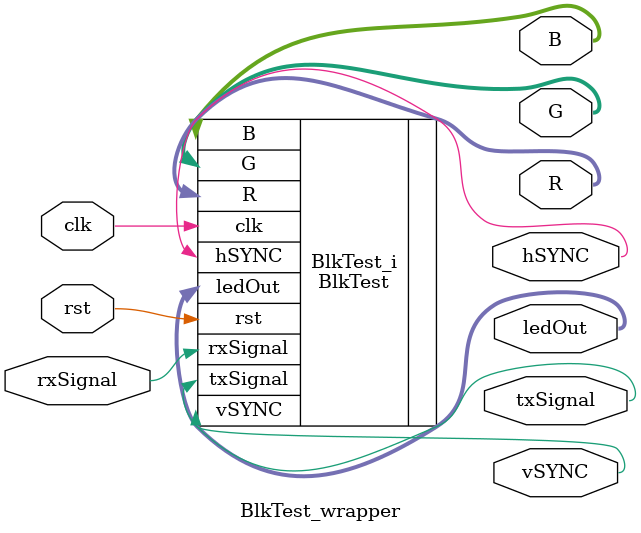
<source format=v>
`timescale 1 ps / 1 ps

module BlkTest_wrapper
   (B,
    G,
    R,
    clk,
    hSYNC,
    ledOut,
    rst,
    rxSignal,
    txSignal,
    vSYNC);
  output [4:0]B;
  output [5:0]G;
  output [4:0]R;
  input clk;
  output hSYNC;
  output [3:0]ledOut;
  input rst;
  input rxSignal;
  output txSignal;
  output vSYNC;

  wire [4:0]B;
  wire [5:0]G;
  wire [4:0]R;
  wire clk;
  wire hSYNC;
  wire [3:0]ledOut;
  wire rst;
  wire rxSignal;
  wire txSignal;
  wire vSYNC;

  BlkTest BlkTest_i
       (.B(B),
        .G(G),
        .R(R),
        .clk(clk),
        .hSYNC(hSYNC),
        .ledOut(ledOut),
        .rst(rst),
        .rxSignal(rxSignal),
        .txSignal(txSignal),
        .vSYNC(vSYNC));
endmodule

</source>
